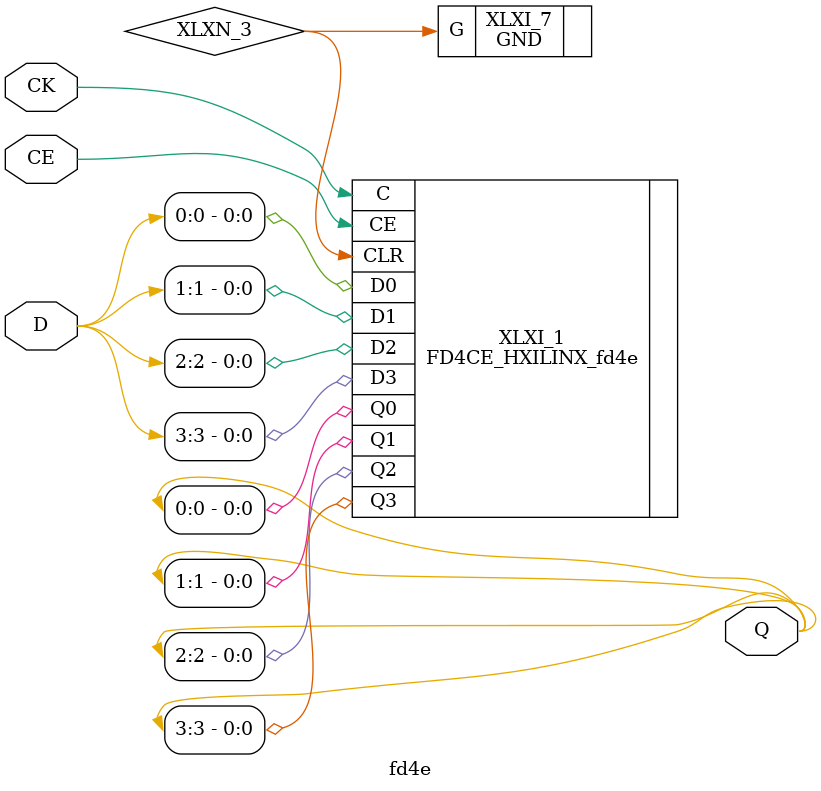
<source format=v>
module fd4e(CE, 
            CK, 
            D, 
            Q);

    input CE;
    input CK;
    input [3:0] D;
   output [3:0] Q;
   
   wire XLXN_3;
   
   (* HU_SET = "XLXI_1_0" *) 
   FD4CE_HXILINX_fd4e  XLXI_1 (.C(CK), 
                              .CE(CE), 
                              .CLR(XLXN_3), 
                              .D0(D[0]), 
                              .D1(D[1]), 
                              .D2(D[2]), 
                              .D3(D[3]), 
                              .Q0(Q[0]), 
                              .Q1(Q[1]), 
                              .Q2(Q[2]), 
                              .Q3(Q[3]));
   GND  XLXI_7 (.G(XLXN_3));
endmodule

</source>
